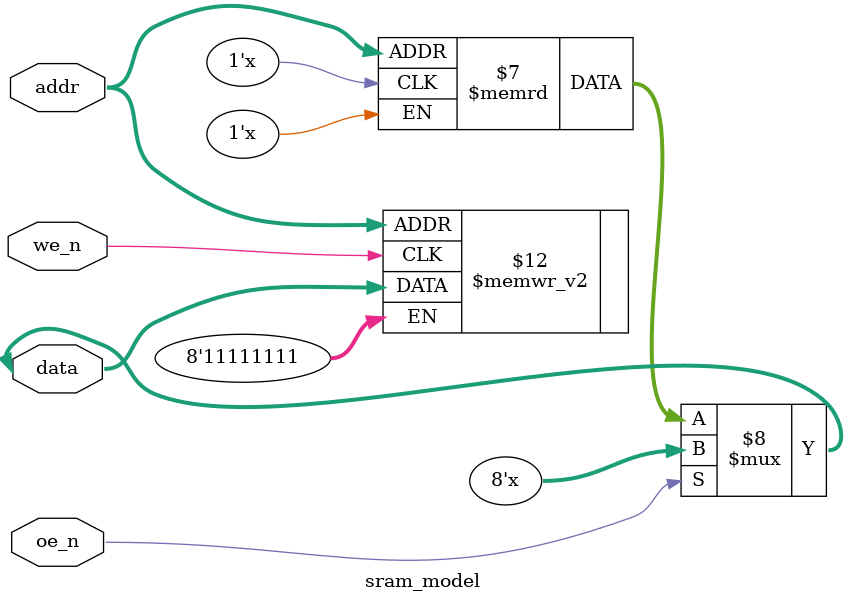
<source format=v>
`timescale 1ns / 1ps
module sram_model(
    input [9:0] addr,
    inout [7:0] data,
    input oe_n,
    input we_n
    );
	
	/* Creates an array of 1024 memory cells, each 8-bits wide */
	reg [7:0] sram[0:1023];
	
	/* Load the data on the rising edge of we_n signal */
	always @ (posedge we_n)
		sram[addr] = data;
	
	/* Create tri-state signal for the data 
		drive data lines when oe_n is low, else tri-state */
	assign data = (oe_n == 0) ? sram[addr] : 8'bz;
	

endmodule

</source>
